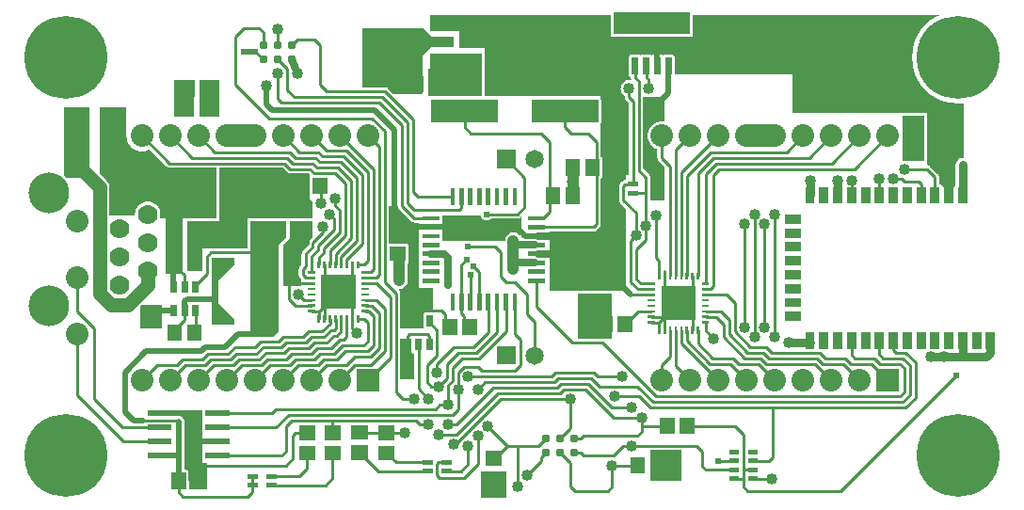
<source format=gbr>
G04 start of page 2 for group 0 idx 0 *
G04 Title: (unknown), component *
G04 Creator: pcb 20140316 *
G04 CreationDate: Thu 02 Jul 2020 08:21:27 PM GMT UTC *
G04 For: railfan *
G04 Format: Gerber/RS-274X *
G04 PCB-Dimensions (mil): 3500.00 1750.00 *
G04 PCB-Coordinate-Origin: lower left *
%MOIN*%
%FSLAX25Y25*%
%LNTOP*%
%ADD46C,0.1280*%
%ADD45C,0.0390*%
%ADD44C,0.0935*%
%ADD43C,0.0430*%
%ADD42C,0.0480*%
%ADD41C,0.1285*%
%ADD40C,0.0120*%
%ADD39C,0.0240*%
%ADD38R,0.0472X0.0472*%
%ADD37R,0.0236X0.0236*%
%ADD36R,0.0330X0.0330*%
%ADD35C,0.0310*%
%ADD34R,0.0630X0.0630*%
%ADD33R,0.0550X0.0550*%
%ADD32R,0.0157X0.0157*%
%ADD31R,0.0787X0.0787*%
%ADD30R,0.0945X0.0945*%
%ADD29R,0.0378X0.0378*%
%ADD28R,0.0230X0.0230*%
%ADD27R,0.0240X0.0240*%
%ADD26R,0.0091X0.0091*%
%ADD25R,0.0167X0.0167*%
%ADD24R,0.0200X0.0200*%
%ADD23R,0.0512X0.0512*%
%ADD22C,0.1440*%
%ADD21C,0.0700*%
%ADD20C,0.0650*%
%ADD19C,0.2937*%
%ADD18C,0.0500*%
%ADD17C,0.0300*%
%ADD16C,0.0800*%
%ADD15C,0.0200*%
%ADD14C,0.0250*%
%ADD13C,0.0400*%
%ADD12C,0.0100*%
%ADD11C,0.0001*%
G54D11*G36*
X25500Y115500D02*X17500D01*
X16500Y116500D01*
Y140500D01*
X25500D01*
Y115500D01*
G37*
G36*
X29000Y116950D02*Y130000D01*
X38507D01*
X38551Y129437D01*
X38753Y128595D01*
X39084Y127795D01*
X39537Y127057D01*
X40099Y126399D01*
X40757Y125837D01*
X41495Y125384D01*
X42295Y125053D01*
X43137Y124851D01*
X44000Y124783D01*
X44863Y124851D01*
X45705Y125053D01*
X46505Y125384D01*
X46684Y125494D01*
X52698Y119481D01*
X52736Y119436D01*
X52915Y119283D01*
X52916Y119283D01*
X53117Y119159D01*
X53335Y119069D01*
X53565Y119014D01*
X53800Y118995D01*
X53859Y119000D01*
X70500D01*
Y101000D01*
X50249D01*
X50293Y101105D01*
X50458Y101794D01*
X50500Y102500D01*
X50458Y103206D01*
X50293Y103895D01*
X50022Y104549D01*
X49652Y105153D01*
X49192Y105692D01*
X48653Y106152D01*
X48049Y106522D01*
X47395Y106793D01*
X46706Y106958D01*
X46000Y107014D01*
X45294Y106958D01*
X44605Y106793D01*
X43951Y106522D01*
X43347Y106152D01*
X42808Y105692D01*
X42348Y105153D01*
X41978Y104549D01*
X41707Y103895D01*
X41542Y103206D01*
X41486Y102500D01*
X41525Y102000D01*
X36176D01*
X36000Y102014D01*
X35824Y102000D01*
X32500D01*
Y111863D01*
X32511Y112000D01*
X32468Y112549D01*
X32468Y112549D01*
X32339Y113085D01*
X32128Y113594D01*
X31840Y114064D01*
X31483Y114483D01*
X31378Y114572D01*
X29000Y116950D01*
G37*
G36*
Y126500D02*Y140500D01*
X38500D01*
Y130516D01*
X38483Y130300D01*
X38500Y130084D01*
Y126500D01*
X29000D01*
G37*
G36*
X56000Y33000D02*X65500D01*
Y14500D01*
X67000D01*
Y5000D01*
X60513D01*
X60516Y5048D01*
X60507Y11109D01*
X60470Y11262D01*
X60410Y11407D01*
X60328Y11542D01*
X60225Y11661D01*
X60106Y11764D01*
X59971Y11846D01*
X59826Y11906D01*
X59673Y11943D01*
X59516Y11952D01*
X59000Y11951D01*
Y16922D01*
X59006Y17000D01*
X59000Y17078D01*
Y29000D01*
X58981Y29314D01*
X58908Y29620D01*
X58788Y29911D01*
X58623Y30179D01*
X58419Y30419D01*
X58179Y30623D01*
X57911Y30788D01*
X57620Y30908D01*
X57314Y30981D01*
X57000Y31006D01*
X56922Y31000D01*
X56000D01*
Y33000D01*
G37*
G36*
X52500Y105000D02*X58500D01*
Y81500D01*
X52500D01*
Y105000D01*
G37*
G36*
X43950Y70500D02*X51000D01*
Y62000D01*
X43500D01*
Y70050D01*
X43950Y70500D01*
G37*
G36*
X60000Y100000D02*X65500D01*
Y87559D01*
X65495Y87500D01*
X65500Y87441D01*
Y82500D01*
X60000D01*
Y100000D01*
G37*
G36*
X62500Y150000D02*Y137000D01*
X55500D01*
Y150000D01*
X62500D01*
G37*
G36*
X64500D02*X71500D01*
Y137000D01*
X64500D01*
Y150000D01*
G37*
G36*
X210500Y58500D02*X207059D01*
X207000Y58505D01*
X206941Y58500D01*
X198500D01*
Y74500D01*
X210500D01*
Y58500D01*
G37*
G36*
X198500Y96000D02*X215500D01*
Y93059D01*
X215495Y93000D01*
X215500Y92941D01*
Y78559D01*
X215495Y78500D01*
X215500Y78441D01*
Y75500D01*
X198500D01*
Y96000D01*
G37*
G36*
X206500Y123000D02*X215500D01*
Y114731D01*
X215487Y114723D01*
X215367Y114621D01*
X215328Y114575D01*
X215133D01*
X215075Y114580D01*
X214840Y114561D01*
X214839Y114561D01*
X214839Y114561D01*
X214839Y114561D01*
X214719Y114532D01*
X214610Y114506D01*
X214610Y114506D01*
X214610Y114506D01*
X214503Y114462D01*
X214392Y114416D01*
X214392Y114416D01*
X214391Y114416D01*
X214291Y114354D01*
X214190Y114292D01*
X214190Y114292D01*
X214190Y114292D01*
X214189Y114291D01*
X214011Y114139D01*
X213972Y114094D01*
X213481Y113602D01*
X213436Y113564D01*
X213283Y113384D01*
X213283Y113384D01*
X213283Y113384D01*
X213234Y113306D01*
X213159Y113183D01*
X213159Y113183D01*
X213159Y113183D01*
X213132Y113116D01*
X213069Y112965D01*
X213069Y112965D01*
X213069Y112965D01*
X213054Y112904D01*
X213014Y112735D01*
X213014Y112735D01*
X213014Y112735D01*
X212995Y112500D01*
X213000Y112441D01*
Y107559D01*
X212995Y107500D01*
X213014Y107265D01*
X213069Y107035D01*
X213159Y106817D01*
X213283Y106616D01*
X213436Y106436D01*
X213481Y106398D01*
X215500Y104379D01*
Y93059D01*
X215495Y93000D01*
X215500Y92941D01*
Y91000D01*
X206500D01*
Y98941D01*
X206505Y99000D01*
X206500Y99059D01*
Y115130D01*
X206557Y115154D01*
X206692Y115236D01*
X206811Y115339D01*
X206914Y115458D01*
X206996Y115593D01*
X207056Y115738D01*
X207093Y115891D01*
X207102Y116048D01*
X207093Y122109D01*
X207056Y122262D01*
X206996Y122407D01*
X206914Y122542D01*
X206811Y122661D01*
X206692Y122764D01*
X206557Y122846D01*
X206500Y122870D01*
Y123000D01*
G37*
G36*
X188500Y75500D02*Y94000D01*
X203000D01*
Y75500D01*
X188500D01*
G37*
G36*
Y91500D02*Y96374D01*
X193374D01*
X193374Y96374D01*
X203815D01*
X203874Y96369D01*
X204109Y96388D01*
X204109Y96388D01*
X204339Y96443D01*
X204557Y96533D01*
X204758Y96657D01*
X204938Y96810D01*
X204976Y96855D01*
X206019Y97898D01*
X206064Y97936D01*
X206217Y98115D01*
X206217Y98116D01*
X206341Y98317D01*
X206431Y98535D01*
X206486Y98765D01*
X206505Y99000D01*
X206500Y99059D01*
Y99500D01*
X208000D01*
Y91500D01*
X188500D01*
G37*
G36*
X224000Y8000D02*Y19000D01*
X235000D01*
Y8000D01*
X224000D01*
G37*
G36*
X146000Y173000D02*X164500D01*
Y167500D01*
X146000D01*
Y173000D01*
G37*
G36*
X145500Y154000D02*X164500D01*
Y144500D01*
X145500D01*
Y154000D01*
G37*
G36*
X146000Y153000D02*Y159500D01*
X164500D01*
Y153000D01*
X146000D01*
G37*
G36*
X156500Y161500D02*Y173000D01*
X167500D01*
Y161500D01*
X156500D01*
G37*
G36*
X143500Y145000D02*X133121D01*
X131102Y147019D01*
X131064Y147064D01*
X130884Y147217D01*
X130683Y147341D01*
X130465Y147431D01*
X130235Y147486D01*
X130000Y147505D01*
X129941Y147500D01*
X122000D01*
Y168500D01*
X143500D01*
Y145000D01*
G37*
G36*
X211000Y166500D02*Y174000D01*
X238000D01*
Y166500D01*
X211000D01*
G37*
G36*
X206500Y150000D02*X216382D01*
X216029Y149972D01*
X215570Y149862D01*
X215134Y149681D01*
X214731Y149435D01*
X214372Y149128D01*
X214065Y148769D01*
X213819Y148366D01*
X213638Y147930D01*
X213528Y147471D01*
X213491Y147000D01*
X213528Y146529D01*
X213638Y146070D01*
X213819Y145634D01*
X214065Y145231D01*
X214372Y144872D01*
X214731Y144565D01*
X215000Y144401D01*
Y144059D01*
X214995Y144000D01*
X215014Y143765D01*
X215069Y143535D01*
X215159Y143317D01*
X215283Y143116D01*
X215436Y142936D01*
X215481Y142898D01*
X216500Y141879D01*
Y116500D01*
X207101D01*
X207093Y122109D01*
X207056Y122262D01*
X206996Y122407D01*
X206914Y122542D01*
X206811Y122661D01*
X206692Y122764D01*
X206557Y122846D01*
X206500Y122870D01*
Y127941D01*
X206505Y128000D01*
X206500Y128059D01*
Y134828D01*
X206519Y134906D01*
X206528Y135063D01*
X206519Y143094D01*
X206500Y143172D01*
Y150000D01*
G37*
G36*
X165500Y173000D02*X210000D01*
Y144500D01*
X165500D01*
Y173000D01*
G37*
G36*
X221500Y144000D02*X223382D01*
X223500Y143991D01*
X223618Y144000D01*
X228976D01*
X228987Y143987D01*
X229000Y143976D01*
Y135202D01*
X228785Y135254D01*
X228000Y135315D01*
X227215Y135254D01*
X226450Y135070D01*
X225723Y134769D01*
X225052Y134358D01*
X224454Y133846D01*
X223942Y133248D01*
X223531Y132577D01*
X223230Y131850D01*
X223046Y131085D01*
X222985Y130300D01*
X223046Y129515D01*
X223230Y128750D01*
X223531Y128023D01*
X223942Y127352D01*
X224454Y126754D01*
X225052Y126242D01*
X225723Y125831D01*
X226450Y125530D01*
X226500Y125518D01*
Y122559D01*
X226495Y122500D01*
X226514Y122265D01*
X226514Y122265D01*
Y122265D01*
X226520Y122238D01*
X226569Y122035D01*
X226569Y122035D01*
Y122035D01*
X226606Y121945D01*
X226659Y121817D01*
X226659Y121817D01*
X226659Y121817D01*
X226727Y121706D01*
X226783Y121616D01*
X226783Y121616D01*
X226783Y121616D01*
X226936Y121436D01*
X226981Y121398D01*
X229000Y119379D01*
Y107500D01*
X224000D01*
Y109866D01*
X224005Y109925D01*
X224000Y109984D01*
Y115441D01*
X224005Y115500D01*
X223986Y115735D01*
X223986Y115735D01*
X223931Y115965D01*
X223841Y116183D01*
X223717Y116384D01*
X223564Y116564D01*
X223519Y116602D01*
X221500Y118621D01*
Y144000D01*
G37*
G36*
X131500Y93000D02*Y98500D01*
X141500D01*
Y93000D01*
X131500D01*
G37*
G36*
X150500Y102000D02*X163858D01*
X163901Y101818D01*
X164034Y101498D01*
X164215Y101203D01*
X164440Y100940D01*
X164703Y100715D01*
X164998Y100534D01*
X165318Y100401D01*
X165655Y100320D01*
X166000Y100293D01*
X166345Y100320D01*
X166682Y100401D01*
X167002Y100534D01*
X167297Y100715D01*
X167560Y100940D01*
X167612Y101000D01*
X176941D01*
X177000Y100995D01*
X177235Y101014D01*
X177235Y101014D01*
X177465Y101069D01*
X177683Y101159D01*
X177884Y101283D01*
X178064Y101436D01*
X178102Y101481D01*
X178500Y101879D01*
Y96266D01*
X178357Y96144D01*
X178152Y95904D01*
X177988Y95636D01*
X177867Y95345D01*
X177794Y95039D01*
X177786Y94943D01*
X177628Y95128D01*
X177269Y95435D01*
X176866Y95681D01*
X176430Y95862D01*
X175971Y95972D01*
X175500Y96009D01*
X175029Y95972D01*
X174570Y95862D01*
X174134Y95681D01*
X173731Y95435D01*
X173372Y95128D01*
X173065Y94769D01*
X172819Y94366D01*
X172638Y93930D01*
X172528Y93471D01*
X172500Y93000D01*
X160420D01*
X160182Y93099D01*
X159845Y93180D01*
X159500Y93207D01*
X159155Y93180D01*
X158818Y93099D01*
X158580Y93000D01*
X150500D01*
Y102000D01*
G37*
G36*
X142000Y92000D02*X137637D01*
X137609Y92007D01*
X137452Y92016D01*
X131500Y92007D01*
Y105500D01*
X134495D01*
Y105500D01*
X134514Y105265D01*
X134569Y105035D01*
X134634Y104879D01*
X134659Y104817D01*
X134659Y104817D01*
X134659Y104817D01*
X134783Y104616D01*
X134783Y104615D01*
X134936Y104436D01*
X134981Y104398D01*
X139375Y100004D01*
X139413Y99959D01*
X139593Y99806D01*
X139593Y99806D01*
X139794Y99682D01*
X140012Y99592D01*
X140242Y99537D01*
X140477Y99518D01*
X140536Y99523D01*
X142000D01*
Y92000D01*
G37*
G36*
X135500Y44000D02*Y58500D01*
X139200D01*
X139214Y54265D01*
X139269Y54035D01*
X139359Y53817D01*
X139483Y53616D01*
X139636Y53436D01*
X139816Y53283D01*
X140017Y53159D01*
X140235Y53069D01*
X140400Y53029D01*
Y44000D01*
X135500D01*
G37*
G36*
X142000Y98500D02*Y62000D01*
X135500D01*
Y74441D01*
X135505Y74500D01*
X135486Y74735D01*
X135486Y74735D01*
X135431Y74965D01*
X135341Y75183D01*
X135217Y75384D01*
X135064Y75564D01*
X135019Y75602D01*
X135000Y75621D01*
Y75991D01*
X135471Y76028D01*
X135930Y76138D01*
X136366Y76319D01*
X136769Y76565D01*
X137128Y76872D01*
X137435Y77231D01*
X137681Y77634D01*
X137862Y78070D01*
X137972Y78529D01*
X138000Y79000D01*
Y85061D01*
X138042Y85086D01*
X138161Y85189D01*
X138264Y85308D01*
X138346Y85443D01*
X138406Y85588D01*
X138443Y85741D01*
X138452Y85898D01*
X138443Y91173D01*
X138406Y91326D01*
X138346Y91471D01*
X138264Y91606D01*
X138161Y91725D01*
X138042Y91828D01*
X137907Y91910D01*
X137762Y91970D01*
X137609Y92007D01*
X137452Y92016D01*
X135000Y92012D01*
Y99000D01*
X142000Y98500D01*
G37*
G36*
X140000Y62000D02*Y76500D01*
X147000D01*
Y67700D01*
X144443Y67691D01*
X144290Y67654D01*
X144145Y67594D01*
X144010Y67512D01*
X143891Y67409D01*
X143788Y67290D01*
X143706Y67155D01*
X143646Y67010D01*
X143609Y66857D01*
X143600Y66700D01*
X143609Y62543D01*
X143646Y62390D01*
X143706Y62245D01*
X143788Y62110D01*
X143883Y62000D01*
X140000D01*
G37*
G36*
X164000Y11500D02*X173000D01*
Y2000D01*
X164000D01*
Y11500D01*
G37*
G36*
X239000Y173000D02*X326661D01*
X325584Y172554D01*
X323399Y171215D01*
X321450Y169550D01*
X319785Y167601D01*
X318446Y165416D01*
X317465Y163048D01*
X316867Y160555D01*
X316666Y158000D01*
X239000D01*
Y173000D01*
G37*
G36*
X274500Y148000D02*X320126D01*
X321450Y146450D01*
X323399Y144785D01*
X325584Y143446D01*
X327952Y142465D01*
X330445Y141867D01*
X332000Y141744D01*
Y138500D01*
X274500D01*
Y148000D01*
G37*
G36*
X206500Y165500D02*X318498D01*
X318446Y165416D01*
X317465Y163048D01*
X316867Y160555D01*
X316666Y158000D01*
X316867Y155445D01*
X317465Y152952D01*
X318446Y150584D01*
X319785Y148399D01*
X321450Y146450D01*
X323399Y144785D01*
X325584Y143446D01*
X327952Y142465D01*
X330445Y141867D01*
X332000Y141744D01*
Y138500D01*
X274500D01*
Y152000D01*
X232586D01*
X232577Y158208D01*
X232541Y158361D01*
X232480Y158506D01*
X232398Y158641D01*
X232296Y158760D01*
X232176Y158863D01*
X232042Y158945D01*
X231896Y159005D01*
X231743Y159042D01*
X231587Y159051D01*
X229068Y159042D01*
X228915Y159005D01*
X228769Y158945D01*
X228635Y158863D01*
X228515Y158760D01*
X228437Y158669D01*
X228359Y158760D01*
X228239Y158863D01*
X228105Y158945D01*
X227959Y159005D01*
X227806Y159042D01*
X227650Y159051D01*
X225131Y159042D01*
X224978Y159005D01*
X224832Y158945D01*
X224698Y158863D01*
X224578Y158760D01*
X224500Y158669D01*
X224422Y158760D01*
X224302Y158863D01*
X224168Y158945D01*
X224022Y159005D01*
X223869Y159042D01*
X223712Y159051D01*
X221194Y159042D01*
X221041Y159005D01*
X220895Y158945D01*
X220761Y158863D01*
X220641Y158760D01*
X220563Y158669D01*
X220485Y158760D01*
X220365Y158863D01*
X220231Y158945D01*
X220085Y159005D01*
X219932Y159042D01*
X219775Y159051D01*
X217257Y159042D01*
X217104Y159005D01*
X216958Y158945D01*
X216824Y158863D01*
X216704Y158760D01*
X216602Y158641D01*
X216520Y158506D01*
X216459Y158361D01*
X216423Y158208D01*
X216413Y158051D01*
X216423Y151792D01*
X216459Y151639D01*
X216520Y151494D01*
X216602Y151359D01*
X216704Y151240D01*
X216824Y151137D01*
X216958Y151055D01*
X217094Y150999D01*
Y150964D01*
X217090Y150906D01*
X217108Y150670D01*
X217164Y150441D01*
X217254Y150222D01*
X217377Y150021D01*
X217531Y149842D01*
X217575Y149803D01*
X217578Y149801D01*
X217430Y149862D01*
X216971Y149972D01*
X216500Y150009D01*
X216029Y149972D01*
X215570Y149862D01*
X215134Y149681D01*
X214731Y149435D01*
X214372Y149128D01*
X214065Y148769D01*
X213819Y148366D01*
X213638Y147930D01*
X213528Y147471D01*
X213491Y147000D01*
X213528Y146529D01*
X213638Y146070D01*
X213819Y145634D01*
X214065Y145231D01*
X214372Y144872D01*
X214731Y144565D01*
X215000Y144401D01*
Y144059D01*
X214995Y144000D01*
X215014Y143765D01*
X215069Y143535D01*
X215159Y143317D01*
X215283Y143116D01*
X215436Y142936D01*
X215481Y142898D01*
X216500Y141879D01*
Y138500D01*
X206524D01*
X206519Y143094D01*
X206500Y143172D01*
Y165500D01*
G37*
G36*
X322000Y142000D02*X329890D01*
X330445Y141867D01*
X333000Y141666D01*
X335000Y141823D01*
Y122480D01*
X334646Y122508D01*
X334254Y122477D01*
X333871Y122385D01*
X333508Y122234D01*
X333172Y122029D01*
X332873Y121773D01*
X332617Y121474D01*
X332412Y121138D01*
X332261Y120775D01*
X332169Y120392D01*
X332146Y120000D01*
Y116854D01*
X332146Y116854D01*
Y114500D01*
X332146Y114500D01*
Y113000D01*
X326980D01*
X326908Y113044D01*
X326763Y113104D01*
X326610Y113141D01*
X326453Y113150D01*
X326303Y113150D01*
Y115638D01*
X326308Y115697D01*
X326289Y115932D01*
X326289Y115932D01*
X326234Y116162D01*
X326144Y116380D01*
X326020Y116581D01*
X325867Y116761D01*
X325822Y116799D01*
X323102Y119519D01*
X323064Y119564D01*
X322884Y119717D01*
X322683Y119841D01*
X322465Y119931D01*
X322235Y119986D01*
X322000Y120005D01*
X322000D01*
Y142000D01*
G37*
G36*
X327000Y114000D02*X332146D01*
Y112698D01*
X329724Y110276D01*
X327271Y112729D01*
X327265Y112740D01*
X327162Y112859D01*
X327043Y112962D01*
X327032Y112968D01*
X327000Y113000D01*
Y114000D01*
G37*
G36*
X313500Y137500D02*X321000D01*
Y121500D01*
X314118D01*
X314000Y121509D01*
X313882Y121500D01*
X313500D01*
Y137500D01*
G37*
G36*
X72500Y119000D02*X93879D01*
X94500Y118379D01*
Y101000D01*
X72500D01*
Y119000D01*
G37*
G36*
X90000D02*X93879D01*
X95398Y117481D01*
X95436Y117436D01*
X95616Y117283D01*
X95817Y117159D01*
X96035Y117069D01*
X96265Y117014D01*
X96500Y116995D01*
Y107000D01*
X90000D01*
Y119000D01*
G37*
G36*
X103500Y107000D02*X92500D01*
Y119000D01*
X93879D01*
X95398Y117481D01*
X95436Y117436D01*
X95616Y117283D01*
X95817Y117159D01*
X96035Y117069D01*
X96265Y117014D01*
X96500Y116995D01*
X96559Y117000D01*
X102879D01*
X103500Y116379D01*
Y115637D01*
X103493Y115609D01*
X103484Y115452D01*
X103493Y109391D01*
X103500Y109363D01*
Y107000D01*
G37*
G36*
Y101000D02*X90000D01*
Y108000D01*
X103500D01*
Y101000D01*
G37*
G36*
X101500D02*Y110000D01*
X104500Y107000D01*
Y106618D01*
X104491Y106500D01*
X104500Y106382D01*
Y101000D01*
X101500D01*
G37*
G36*
X98000Y100000D02*X104500D01*
Y94338D01*
X103617Y93455D01*
X103578Y93422D01*
X103445Y93266D01*
X103338Y93092D01*
X103300Y93000D01*
X98000D01*
Y100000D01*
G37*
G36*
X90500Y59000D02*X82500D01*
Y93500D01*
X92500D01*
Y61000D01*
X90500Y59000D01*
G37*
G36*
X100500Y77000D02*X99618D01*
X99500Y77009D01*
X99382Y77000D01*
X94000D01*
Y88500D01*
X100495D01*
X100500Y88441D01*
Y84621D01*
X99981Y84102D01*
X99936Y84064D01*
X99783Y83884D01*
X99659Y83683D01*
X99569Y83465D01*
X99514Y83235D01*
X99514Y83235D01*
X99495Y83000D01*
X99500Y82941D01*
Y81059D01*
X99495Y81000D01*
X99514Y80765D01*
X99514Y80765D01*
X99514Y80765D01*
X99514Y80765D01*
X99560Y80572D01*
X99569Y80535D01*
X99569Y80535D01*
X99569Y80535D01*
X99641Y80361D01*
X99659Y80317D01*
X99659Y80317D01*
X99659Y80317D01*
X99761Y80151D01*
X99783Y80116D01*
X99783Y80116D01*
X99783Y80116D01*
X99783Y80115D01*
X99936Y79936D01*
X99981Y79898D01*
X100500Y79379D01*
Y77000D01*
G37*
G36*
X94000Y91500D02*X96500Y94000D01*
Y100000D01*
X103500D01*
Y93331D01*
X103445Y93266D01*
X103338Y93092D01*
X103260Y92903D01*
X103212Y92704D01*
X103212Y92704D01*
X103196Y92500D01*
X103200Y92449D01*
Y91821D01*
X100981Y89602D01*
X100936Y89564D01*
X100783Y89384D01*
X100659Y89183D01*
X100569Y88965D01*
X100514Y88735D01*
X100514Y88735D01*
X100495Y88500D01*
X100500Y88441D01*
Y87000D01*
X94000D01*
Y91500D01*
G37*
G36*
X82500Y100000D02*X95000D01*
Y94500D01*
X90000Y89500D01*
X85916D01*
X85841Y89683D01*
X85717Y89884D01*
X85564Y90064D01*
X85384Y90217D01*
X85183Y90341D01*
X84965Y90431D01*
X84735Y90486D01*
X84500Y90500D01*
X82500D01*
Y100000D01*
G37*
G36*
X81500Y90500D02*X68559D01*
X68500Y90505D01*
X68441Y90500D01*
X60000D01*
Y100000D01*
X81500D01*
Y90500D01*
G37*
G36*
X71500D01*
Y119000D01*
X81500D01*
Y90500D01*
G37*
G54D12*X188500Y110457D02*X188543Y110500D01*
G54D13*X196543Y109000D02*Y118914D01*
G54D12*X196457Y119000D01*
X173000Y122000D02*X179500Y115500D01*
Y105000D02*Y115500D01*
X188500Y110457D02*Y103500D01*
X192000Y97874D02*X203874D01*
G54D14*X184500Y94800D02*X206900D01*
G54D15*X183779Y94725D02*X179775D01*
X176626Y97874D02*X179775Y94725D01*
G54D12*X177000Y102500D02*X179500Y105000D01*
X188500Y103500D02*X186000Y101000D01*
X203874Y97874D02*X205000Y99000D01*
Y128000D01*
X202000Y131000D01*
X193717Y139000D02*Y133283D01*
X196000Y131000D01*
X202000D01*
X138000Y106500D02*X140500Y104000D01*
X141721Y108779D02*X140000Y110500D01*
G54D15*X136626Y97874D02*X172626D01*
G54D12*X140477Y101023D02*X146221D01*
X140500Y104000D02*X156500D01*
X157126Y104626D01*
Y108779D01*
X153976D02*X141721D01*
X177000Y102500D02*X166000D01*
X158283Y139000D02*Y133217D01*
X160500Y131000D01*
X185500D02*X160500D01*
X183779Y97874D02*X193374D01*
X183000Y64500D02*Y52500D01*
X183779Y78977D02*Y69721D01*
G54D14*X184400Y88400D02*X194500D01*
G54D12*X196500Y57000D02*X183779Y69721D01*
X207000Y57000D02*X196500D01*
G54D14*X183000Y85300D02*X175600D01*
X183000Y91600D02*X175500D01*
G54D12*X180500Y67000D02*X183000Y64500D01*
X180500Y67000D02*Y74000D01*
X176000Y78500D01*
X178000Y58000D02*X176024Y59976D01*
Y71221D01*
X172874Y60874D02*Y71221D01*
X169725Y60725D02*Y71221D01*
X166575Y60575D02*Y71221D01*
X162500Y53500D02*X169725Y60725D01*
X154500Y55500D02*X161500D01*
X166575Y60575D01*
X157126Y71221D02*Y67374D01*
X158000Y66500D01*
Y62500D01*
X145000Y68500D02*X150000D01*
X151500Y67000D01*
Y62500D01*
G54D16*X258000Y130300D02*X268000D01*
G54D12*X228000Y122500D02*Y130300D01*
X233016Y125316D02*X238000Y130300D01*
X234984Y117284D02*X248000Y130300D01*
X231047Y119453D02*X228000Y122500D01*
X236953Y115953D02*X245500Y124500D01*
X243547Y116547D02*X247500Y120500D01*
X240890Y116890D02*X246500Y122500D01*
X245500Y124500D02*X272200D01*
X246500Y122500D02*X280200D01*
X247500Y120500D02*X288200D01*
X248500Y118500D02*X296200D01*
X272200Y124500D02*X278000Y130300D01*
G54D17*X280512Y109299D02*Y114500D01*
X290354Y109299D02*Y114500D01*
G54D12*X280200Y122500D02*X288000Y130300D01*
X288200Y120500D02*X298000Y130300D01*
X296200Y118500D02*X308000Y130300D01*
X295276Y109299D02*Y114500D01*
X305118Y109299D02*Y115000D01*
X319882Y109299D02*Y113118D01*
X319000Y114000D01*
X314000D01*
X313000Y115000D01*
X310000D01*
X324803Y109299D02*Y115697D01*
G54D17*X329724Y109299D02*Y115000D01*
X334646Y109299D02*Y120000D01*
Y114500D02*Y116854D01*
G54D12*X324803Y115697D02*X322000Y118500D01*
X314000D01*
X248500D02*X246500Y116500D01*
X214500Y107500D02*Y112500D01*
X215075Y113075D01*
X217848D01*
Y109925D02*X222500D01*
Y115500D02*X220000Y118000D01*
X188500Y110000D02*Y128000D01*
X185500Y131000D01*
X218594Y150906D02*Y155000D01*
X220000Y149500D02*X218594Y150906D01*
X222531Y155000D02*Y150969D01*
X223500Y150000D01*
Y147000D01*
X220000Y118000D02*Y149500D01*
X218000Y142500D02*Y113075D01*
X216500Y147000D02*Y144000D01*
X218000Y142500D01*
G54D15*X226469Y155000D02*Y161000D01*
X230406Y155000D02*Y145406D01*
X226000Y141000D01*
G54D12*X187000Y18000D02*X185500Y16500D01*
X187000Y23000D02*X184500Y20500D01*
X173500D01*
X190500Y46500D02*X204000D01*
X158000Y9000D02*X149500D01*
X284000Y4500D02*X291500D01*
X332500Y45500D01*
G54D17*X344488Y57701D02*Y53488D01*
X343000Y52000D01*
X323500D01*
X334646Y57701D02*Y52000D01*
G54D12*X185500Y16500D02*Y15000D01*
X180500Y10000D01*
X173500Y20500D02*X166500Y27500D01*
X159500Y14000D02*Y20500D01*
X163000Y24000D02*Y14000D01*
X158000Y9000D01*
X173500Y20500D02*X169043Y16043D01*
X149500Y9000D02*X148500Y10000D01*
Y14000D01*
X149075Y14575D01*
X151848D01*
X158000Y48500D02*X163000D01*
X164500Y47000D01*
X163500Y51500D02*X157500D01*
X164500Y47000D02*X176000D01*
X178000Y49000D01*
Y58000D01*
X123047Y70079D02*X125421D01*
X123047Y72047D02*X126953D01*
X124390Y68110D02*X123047D01*
Y81890D02*X124890D01*
X126000Y83000D01*
X120390Y84547D02*X122547D01*
X124000Y86000D01*
X123047Y79921D02*X126921D01*
X127047Y77953D02*X123047D01*
X125421Y70079D02*X128000Y67500D01*
Y62000D01*
X130000Y69000D02*Y62500D01*
X126000Y66500D02*X124390Y68110D01*
G54D15*X136626Y97874D02*X133500Y101000D01*
G54D12*X128000Y81000D02*Y126300D01*
X126000Y83000D02*Y118300D01*
X130000Y78500D02*Y132000D01*
X124000Y86000D02*Y117500D01*
X122000Y92000D02*Y116500D01*
X160276Y71221D02*Y81000D01*
X171000Y80500D02*Y89000D01*
X169000Y91000D01*
X163425Y71221D02*Y82075D01*
X161500Y84000D01*
X169000Y91000D02*X159500D01*
X173000Y78500D02*X171000Y80500D01*
X176000Y78500D02*X173000D01*
G54D14*X175925Y91575D02*X175500Y92000D01*
X175724Y85276D02*X175500Y85500D01*
G54D13*Y93000D02*Y83000D01*
G54D14*X146221Y88425D02*X151075D01*
X152500Y87000D01*
Y77500D01*
G54D12*X157126Y71221D02*Y84626D01*
X159000Y86500D01*
X126953Y72047D02*X130000Y69000D01*
X126921Y79921D02*X128000Y81000D01*
G54D13*X135000Y88457D02*Y79000D01*
G54D12*X132000Y73000D02*X127047Y77953D01*
X130000Y78500D02*X134000Y74500D01*
X132000Y73000D02*Y51700D01*
X126000Y56000D02*Y66500D01*
X145800Y56500D02*Y59200D01*
X145000Y60000D01*
X138000Y59200D02*Y56500D01*
Y59200D02*X138800Y60000D01*
X145000D01*
X148500Y52500D02*Y61500D01*
X146000Y64000D01*
X134000Y74500D02*Y39500D01*
X154000Y48000D02*X157500Y51500D01*
X152000Y49500D02*X156000Y53500D01*
X162500D01*
X148500Y49500D02*X154500Y55500D01*
X172874Y60874D02*X163500Y51500D01*
X197000Y23000D02*X199500D01*
X197000Y18000D02*X199500D01*
X200500Y17000D01*
X199500Y23000D02*X200500Y24000D01*
X195750Y37000D02*Y26750D01*
X192000Y23000D01*
X195750Y6000D02*Y14250D01*
X192000Y18000D01*
X195750Y6000D02*X197250Y4500D01*
X177000Y6000D02*Y20500D01*
X136500Y29500D02*X141000D01*
X142500Y28000D01*
X145500D01*
X124000Y43700D02*X132000Y51700D01*
X141900Y56500D02*Y40600D01*
X145500Y37000D01*
X140500D02*X136500D01*
X134000Y39500D01*
X154000Y43500D02*X152500Y42000D01*
Y35000D01*
X149000Y41500D02*X149250Y41750D01*
X156000Y33500D02*Y46500D01*
X145000Y49000D02*Y43000D01*
X146500Y41500D01*
X149000D01*
X154000Y48000D02*Y43500D01*
X152000Y49500D02*Y44500D01*
X149000Y41500D01*
X148500Y49500D02*Y46500D01*
X156000D02*X158000Y48500D01*
X145000Y49000D02*X148500Y52500D01*
X155500Y24500D02*X170000Y39000D01*
X155500Y28000D02*X168500Y41000D01*
X163000Y40500D02*X165500Y43000D01*
X195750Y37000D02*X171000D01*
X170000Y39000D02*X192000D01*
X168500Y41000D02*X191000D01*
X165500Y43000D02*X190000D01*
X159500Y45000D02*X189000D01*
X192000Y39000D02*X193500Y40500D01*
X201000D01*
X192500Y42500D02*X202000D01*
X191000Y41000D02*X192500Y42500D01*
X190000Y43000D02*X191500Y44500D01*
X203000D01*
X189000Y45000D02*X190500Y46500D01*
X64043Y13500D02*X95000D01*
X93500Y17000D02*X70750D01*
X89848Y9575D02*X99575D01*
X102500Y12500D01*
X89848Y6425D02*X108925D01*
X95000Y13500D02*X97500Y16000D01*
X102500Y12500D02*Y17957D01*
X108925Y6425D02*X111500Y9000D01*
Y17914D01*
G54D15*X57000Y29000D02*Y8000D01*
X70750Y22000D02*X62000D01*
G54D12*X90000Y32000D02*X70750D01*
Y27000D02*X91500D01*
X83000Y4000D02*Y9423D01*
X81500Y2500D02*X83000Y4000D01*
X81500Y2500D02*X58500D01*
X57000Y4000D01*
Y8000D01*
X97500Y24000D02*X98500Y25000D01*
X121000Y25086D02*X136986D01*
X137000Y25100D01*
X98500Y25000D02*X102457D01*
X102500Y25043D01*
X97000Y29500D02*X119000D01*
X111500D02*Y25000D01*
X96000Y31500D02*X116000D01*
X117000Y29500D02*X137500D01*
X152500Y35000D02*X149500D01*
X148000Y33500D01*
X91500D01*
X90000Y32000D01*
X127575Y11425D02*X121000Y18000D01*
X133882Y14575D02*X130500Y17957D01*
X145152Y14575D02*X133882D01*
X145152Y11425D02*X127575D01*
X159500Y14000D02*X156925Y11425D01*
X151848D01*
X156000Y33500D02*X154000Y31500D01*
X155500Y28000D02*X152500D01*
X149000Y24500D02*X155500D01*
X171000Y37000D02*X155000Y21000D01*
X115000Y31500D02*X154000D01*
G54D15*X50250Y32000D02*X63500D01*
G54D12*X50250Y22000D02*X37500D01*
G54D15*X50250Y17000D02*X57000D01*
G54D12*X37000Y27000D02*X50250D01*
G54D15*X41000Y29500D02*X38000Y32500D01*
X41000Y29500D02*X44500D01*
X45500Y54000D02*X65000D01*
G54D12*X44000Y43700D02*X49300Y49000D01*
X56500D01*
X54000Y43700D02*X59300Y49000D01*
X66500D01*
X56500D02*X58500Y51000D01*
X65500D01*
X44500Y29500D02*X57000D01*
X37500Y22000D02*X21000Y38500D01*
Y60000D01*
X27000Y62000D02*Y37000D01*
X37000Y27000D01*
G54D15*X38000Y32500D02*Y46500D01*
X45500Y54000D01*
G54D12*X21000Y80000D02*Y68000D01*
X27000Y62000D01*
G54D18*X29000Y74500D02*X33000Y70500D01*
X29000Y74500D02*Y112000D01*
X33000Y70500D02*X39000D01*
X46000Y77500D01*
Y82500D01*
G54D15*X55150Y68350D02*X47500D01*
X55150Y76550D02*Y85500D01*
G54D12*X59050Y76550D02*Y80950D01*
Y65050D02*X55500Y61500D01*
X59050Y80950D02*X55150Y84850D01*
X67000Y87500D02*X68500Y89000D01*
X67000Y87500D02*Y81500D01*
X63000Y77500D01*
X97500Y16000D02*Y24000D01*
X93500Y17000D02*X95000Y18500D01*
Y27500D01*
X97000Y29500D01*
X91500Y27000D02*X96000Y31500D01*
Y55000D02*X94500Y53500D01*
X95000Y57000D02*X93500Y55500D01*
X94000Y59000D02*X92500Y57500D01*
X86000D01*
X116000Y54000D02*X113000Y51000D01*
X119000Y56000D02*X115000D01*
X112000Y53000D01*
X116453Y59547D02*Y58953D01*
X115500Y58000D01*
X114000D01*
X112000Y53000D02*X107000D01*
X105000Y51000D01*
X111000Y55000D02*X106000D01*
X109500Y57000D02*X105000D01*
X106000Y55000D02*X104000Y53000D01*
X97000D01*
X103000Y55000D02*X96000D01*
X102000Y57000D02*X95000D01*
X101000Y59000D02*X94000D01*
X105000Y57000D02*X103000Y55000D01*
X108500Y59000D02*X104000D01*
X102000Y57000D01*
X107800Y60900D02*X103700D01*
X104400D02*X102900D01*
X101000Y59000D01*
X118421Y65453D02*Y70079D01*
X120390Y65453D02*X122547D01*
X124000Y64000D01*
X124200Y43500D02*X124000Y43700D01*
Y64000D02*Y57500D01*
X122500Y56000D01*
X118500D01*
X118421Y65421D02*Y62079D01*
X120000Y60500D01*
Y93000D02*Y115500D01*
X118000Y94000D02*Y114500D01*
X116000Y95000D02*Y113500D01*
X114000Y96000D02*Y104000D01*
X116453Y65453D02*Y59453D01*
X114484Y65453D02*Y60984D01*
Y61016D02*Y60984D01*
X112516Y65453D02*Y62016D01*
X114000Y58000D02*X111000Y55000D01*
X112000Y59500D02*X109500Y57000D01*
X111000Y61500D02*X108500Y59000D01*
X114484Y60984D02*X113000Y59500D01*
X112000D01*
X112516Y62016D02*X112000Y61500D01*
X111000D01*
X110547Y65453D02*Y63647D01*
X107800Y60900D01*
X108579Y70079D02*X118421Y79921D01*
Y70079D02*X108579Y79921D01*
X108453Y69953D02*X110000Y71500D01*
X101000Y81000D02*X102079Y79921D01*
X103953D01*
Y77953D02*X97000D01*
X96000Y72500D02*Y79500D01*
X101000Y81000D02*Y83000D01*
X102000Y84000D01*
X108500Y89000D02*X106610Y87110D01*
X116453Y86453D02*X122000Y92000D01*
X114484Y87484D02*X120000Y93000D01*
X108500Y89000D02*Y90500D01*
X106500Y90000D02*Y91500D01*
X118421Y84547D02*Y79921D01*
X108579Y84547D02*Y79921D01*
X116453Y84547D02*Y86453D01*
X114484Y84547D02*Y87484D01*
X112516Y84547D02*Y88516D01*
X110547Y84547D02*Y89547D01*
X112516Y88516D02*X118000Y94000D01*
X110547Y89547D02*X116000Y95000D01*
X106610Y87110D02*Y84547D01*
X106500Y90000D02*X103953Y87453D01*
Y81890D01*
X102000Y88500D02*X104500Y91000D01*
Y92500D01*
X102000Y84000D02*Y88500D01*
X108500Y90500D02*X114000Y96000D01*
X106500Y91500D02*X112000Y97000D01*
Y101000D01*
X104500Y92500D02*X108000Y96000D01*
Y98000D01*
X104000Y43700D02*X104700D01*
X105000Y51000D02*X98500D01*
X99000D02*X98500D01*
X94000Y43700D02*X99300Y49000D01*
X106500D01*
X104000Y43700D02*Y44000D01*
X89300Y49000D02*X96500D01*
X88500Y51000D02*X95000D01*
X88000Y53500D02*X94500D01*
X96500Y49000D02*X97750Y50250D01*
X98500Y51000D02*X96800Y49300D01*
X97000Y53000D02*X95000Y51000D01*
X87000Y55500D02*X93500D01*
X108579Y65453D02*X108579D01*
X106547Y68047D02*X109000Y70500D01*
X108547Y65453D02*Y70047D01*
X106610Y65453D02*Y67984D01*
X106547Y68047D01*
X103953Y68110D02*X106547D01*
X108547Y70047D02*X113500Y75000D01*
X103953Y72047D02*X101453D01*
X103953Y70079D02*X98421D01*
X96000Y72500D01*
X101453Y72047D02*X99500Y74000D01*
G54D15*X59050Y68350D02*Y71550D01*
G54D12*Y68350D02*Y65050D01*
X62950Y68350D02*Y61500D01*
G54D15*X59050Y71550D02*X60000Y72500D01*
X70000D01*
G54D12*X104000Y43700D02*X109300Y49000D01*
X116500D01*
X124000Y54000D02*X126000Y56000D01*
X125000Y52000D02*X128000Y55000D01*
Y64000D01*
X130000Y54000D02*Y65000D01*
Y54000D02*X125000Y49000D01*
X116000Y54000D02*X124000D01*
X125000Y49000D02*X119300D01*
X114000Y43700D01*
X116500Y49000D02*X119500Y52000D01*
X125000D01*
X106500Y49000D02*X108500Y51000D01*
X113000D01*
X84000Y43700D02*X89300Y49000D01*
X74000Y43700D02*X79300Y49000D01*
X86500D01*
X64000Y43700D02*X69300Y49000D01*
X76500D01*
X66500D02*X68500Y51000D01*
X65500D02*X67500Y53000D01*
G54D15*X66500Y55500D02*X65000Y54000D01*
G54D12*X68500Y51000D02*X75500D01*
X67500Y53000D02*X74500D01*
G54D15*X66500Y55500D02*X73500D01*
G54D12*X86500Y49000D02*X88500Y51000D01*
X78500D02*X85500D01*
X88000Y53500D01*
X75500Y51000D02*X77500Y53000D01*
X74500D02*X77000Y55500D01*
G54D15*X73500D02*X78000Y60000D01*
G54D12*X84500Y53000D02*X87000Y55500D01*
X86000Y57500D02*X84000Y55500D01*
X76500Y49000D02*X78500Y51000D01*
X77500Y53000D02*X84500D01*
X77000Y55500D02*X84000D01*
G54D15*X78000Y60000D02*X88500D01*
G54D12*X68500Y89000D02*X84500D01*
X238921Y61453D02*Y66079D01*
X234000Y71000D01*
X229079Y66079D02*X238921Y75921D01*
X229079D02*X233950Y71050D01*
X229079Y66079D02*X234000Y71000D01*
X227110Y64110D02*X231000Y68000D01*
X224453Y68047D02*X219590D01*
X215043Y63500D01*
X229079Y61453D02*Y66079D01*
X224453D02*X229079D01*
X228953Y61453D02*X229079Y61579D01*
X227110Y61453D02*Y64110D01*
X224453D02*X227110D01*
X231047Y61453D02*Y52047D01*
X233016Y61453D02*Y48684D01*
X231047Y52047D02*X228000Y49000D01*
X245000Y49500D02*X252200D01*
X246000Y51500D02*X253500D01*
X255500Y49500D01*
X265000D02*X263000Y51500D01*
X257500D01*
X233016Y48684D02*X238000Y43700D01*
X252200Y49500D02*X258000Y43700D01*
X255500Y49500D02*X262200D01*
X266000Y51500D02*X264000Y53500D01*
X267000D02*X265000Y55500D01*
X257500Y51500D02*X250000Y59000D01*
X246000Y51500D02*X240890Y56610D01*
X245000Y49500D02*X236953Y57547D01*
X248000Y43700D02*X234984Y56716D01*
X250000Y63500D02*X247421Y66079D01*
X243547D01*
X252000Y65000D02*X248953Y68047D01*
X254000Y71000D02*X251047Y73953D01*
X248953Y68047D02*X243547D01*
X246500Y77000D02*X245421Y75921D01*
X243547D01*
X251047Y73953D02*X243547D01*
X262200Y49500D02*X268000Y43700D01*
X282200Y49500D02*X265000D01*
X285000D02*X283000Y51500D01*
X286000D02*X284000Y53500D01*
X283000Y51500D02*X266000D01*
X284000Y53500D02*X267000D01*
G54D17*X273000Y57000D02*X280512D01*
G54D12*X288000Y43700D02*X282200Y49500D01*
X298000Y43700D02*X292200Y49500D01*
X285000D01*
X308000Y43700D02*X302200Y49500D01*
X295000D01*
X312500D02*X314000Y48000D01*
X295000Y49500D02*X293000Y51500D01*
X295276Y57701D02*Y52724D01*
X296500Y51500D01*
X293000D02*X286000D01*
X296500D02*X303500D01*
X305500Y49500D01*
X312500D01*
X306500Y51500D02*X313500D01*
X316000Y49000D01*
X305118Y57701D02*Y52882D01*
X306500Y51500D01*
X310039Y57701D02*Y54461D01*
X311000Y53500D01*
X314500D01*
X318000Y50000D01*
X314000Y48000D02*Y39500D01*
X312500Y38000D01*
X316000Y49000D02*Y38500D01*
X313500Y36000D01*
X318000Y50000D02*Y37500D01*
X314500Y34000D01*
X224000D01*
X313500Y36000D02*X225000D01*
X312500Y38000D02*X226000D01*
X238921Y80547D02*Y75921D01*
X229079Y80547D02*Y75921D01*
Y79921D02*Y82421D01*
X219000Y90000D02*Y79500D01*
X227110Y85890D02*Y80547D01*
X219000Y79500D02*X220610Y77890D01*
X224453D01*
Y73953D02*X217047D01*
G54D15*X212000Y79000D01*
G54D12*X224453Y75921D02*X219579D01*
X217000Y78500D01*
Y93000D01*
X219000Y95000D01*
X257500Y99000D02*Y62500D01*
X261000Y59000D02*Y102500D01*
X264500Y99000D02*Y62500D01*
X268000Y59000D02*Y102500D01*
X243547Y61453D02*X246500Y58500D01*
Y77000D02*Y116500D01*
X243547Y77890D02*Y116547D01*
X222500Y93500D02*X219000Y90000D01*
X226000Y102000D02*Y87000D01*
X227110Y85890D01*
X222500Y93500D02*Y115500D01*
X240890Y80547D02*Y116890D01*
X233016Y80547D02*Y125316D01*
X234984Y80547D02*Y117284D01*
X236953Y80547D02*Y115953D01*
X231047Y80547D02*Y119453D01*
X219000Y95000D02*Y103000D01*
X214500Y107500D02*X219000Y103000D01*
X265000Y55500D02*X259500D01*
X254000Y61000D01*
X264000Y53500D02*X258500D01*
X243547Y64110D02*Y61453D01*
X240890Y56610D02*Y61453D01*
X236953Y57547D02*Y61453D01*
X234984Y56716D02*Y61453D01*
X254000Y61000D02*Y71000D01*
X258500Y53500D02*X252000Y60000D01*
Y65000D01*
X250000Y59000D02*Y63500D01*
X228000Y49000D02*Y43700D01*
X226000Y38000D02*X207000Y57000D01*
X220000Y38000D02*X211500D01*
X214000Y45000D02*X205500D01*
X221000Y30500D02*Y25500D01*
X219500Y24000D01*
X217500Y34000D02*X210500D01*
X221000Y30500D02*X211000D01*
X201000Y40500D01*
X210500Y34000D02*X202000Y42500D01*
X206000Y41500D02*X203000Y44500D01*
X205500Y45000D02*X204000Y46500D01*
X224000Y34000D02*X220000Y38000D01*
X225000Y36000D02*X219500Y41500D01*
X206000D01*
X200500Y24000D02*X219500D01*
X200500Y17000D02*X211000D01*
X214500Y20500D02*X211000Y17000D01*
X210500Y13500D02*Y6000D01*
Y13500D02*X219414D01*
X197250Y4500D02*X209000D01*
X210500Y6000D01*
X240500Y20500D02*X214500D01*
X229957Y27500D02*X221000D01*
X240500Y20500D02*X242500Y18500D01*
X254000Y27500D02*X237043D01*
X260348Y8776D02*X267000D01*
X267500Y34000D02*Y16500D01*
X266075Y15075D01*
X260348D01*
X258500Y4500D02*X257000Y6000D01*
Y24500D01*
X254000Y27500D01*
X253652Y8776D02*X257000D01*
X253652Y15075D02*X248000D01*
X242500Y18500D02*Y13000D01*
X243575Y11925D01*
X253652D01*
X260348D02*X257000D01*
X258500Y4500D02*X284224D01*
G54D16*X74000Y130300D02*X84000D01*
G54D12*X96500Y124500D02*X69800D01*
X64000Y130300D01*
X95500Y122500D02*X61800D01*
G54D13*X21000Y120000D02*Y119500D01*
G54D18*X29000Y112000D02*X21000Y120000D01*
G54D12*X61800Y122500D02*X54000Y130300D01*
X53800Y120500D02*X44000Y130300D01*
X96500Y118500D02*X94500Y120500D01*
X53800D01*
X114500Y129800D02*X114000Y130300D01*
X93500Y142000D02*X128000D01*
X106500Y124500D02*X99800D01*
X105500Y122500D02*X98500D01*
X104500Y120500D02*X97500D01*
X103500Y118500D02*X102000D01*
X106000Y119000D02*X104500Y120500D01*
X109300Y125000D02*X116500D01*
X106500Y124500D02*X108000Y123000D01*
X115500D01*
X114500Y121000D02*X107000D01*
X105500Y122500D01*
X113500Y119000D02*X106000D01*
X129000Y144000D02*X138000Y135000D01*
X140000Y136000D02*X130000Y146000D01*
G54D15*X133500Y101000D02*Y132500D01*
G54D12*X128000Y142000D02*X136000Y134000D01*
G54D15*X133500Y132500D02*X126500Y139500D01*
G54D12*X130000Y132000D02*X125500Y136500D01*
X136000Y134000D02*Y105500D01*
X138000Y135000D02*Y106500D01*
X140000Y110500D02*Y136000D01*
X140477Y101023D02*X136000Y105500D01*
X99800Y124500D02*X94000Y130300D01*
X98500Y122500D02*X96500Y124500D01*
X97500Y120500D02*X95500Y122500D01*
X103500Y118500D02*X96500D01*
X128000Y126300D02*X124000Y130300D01*
X114000D02*X126000Y118300D01*
X104000Y130300D02*X109300Y125000D01*
X112500Y117000D02*X105000D01*
X103500Y118500D01*
X116500Y125000D02*X124000Y117500D01*
X115500Y123000D02*X122000Y116500D01*
X120000Y115500D02*X114500Y121000D01*
X118000Y114500D02*X113500Y119000D01*
X116000Y113500D02*X112500Y117000D01*
X114000Y104000D02*X112500Y105500D01*
Y108000D01*
X112000Y101000D02*X110500Y102500D01*
X107500Y106500D02*Y112500D01*
X92000Y157500D02*X95500Y154000D01*
X92000Y168000D02*Y162500D01*
Y152500D02*Y143500D01*
X95500Y154000D02*Y146500D01*
X92000Y143500D02*X93500Y142000D01*
X95500Y146500D02*X98000Y144000D01*
G54D15*X88000Y148000D02*Y141500D01*
X90000Y139500D01*
G54D12*X107000Y162500D02*X105000Y164500D01*
X99000D01*
X97000Y162500D01*
X107000Y148500D02*Y162500D01*
G54D14*X99000Y152500D02*X97000Y157500D01*
G54D12*X98000Y144000D02*X129000D01*
X130000Y146000D02*X109500D01*
X107000Y148500D01*
G54D15*X126500Y139500D02*X90000D01*
G54D12*X125500Y136500D02*X89000D01*
X77000Y148500D01*
X87000Y157500D02*X84000Y160000D01*
X80000Y168500D02*X85500D01*
X87000Y167000D01*
Y162500D01*
X77000Y148500D02*Y165500D01*
X80000Y168500D01*
G54D15*Y160000D02*X84000D01*
G54D19*X17000Y17000D03*
G54D16*X21000Y60000D03*
G54D11*G36*
X120000Y47700D02*Y39700D01*
X128000D01*
Y47700D01*
X120000D01*
G37*
G54D16*X114000Y43700D03*
X104000D03*
X94000D03*
X84000D03*
X74000D03*
X64000D03*
X54000D03*
X44000D03*
G54D19*X333000Y17000D03*
G54D11*G36*
X304000Y47700D02*Y39700D01*
X312000D01*
Y47700D01*
X304000D01*
G37*
G54D16*X298000Y43700D03*
X288000D03*
X278000D03*
X268000D03*
G54D11*G36*
X169750Y55750D02*Y49250D01*
X176250D01*
Y55750D01*
X169750D01*
G37*
G54D20*X183000Y52500D03*
G54D16*X258000Y43700D03*
X248000D03*
X238000D03*
X228000D03*
G54D11*G36*
X169750Y125250D02*Y118750D01*
X176250D01*
Y125250D01*
X169750D01*
G37*
G54D20*X183000Y122000D03*
G54D19*X333000Y158000D03*
G54D16*X308000Y130300D03*
X298000D03*
X288000D03*
X278000D03*
X268000D03*
X258000D03*
X248000D03*
X238000D03*
X228000D03*
X124000D03*
X114000D03*
X104000D03*
X94000D03*
X84000D03*
X74000D03*
X64000D03*
X54000D03*
X44000D03*
G54D21*X46000Y102500D03*
X36000Y97500D03*
X46000Y92500D03*
Y82500D03*
X36000Y87500D03*
Y77500D03*
G54D19*X17000Y158000D03*
G54D16*X21000Y80000D03*
Y120000D03*
Y100000D03*
G54D22*X11000Y110000D03*
Y70000D03*
G54D23*X56957Y8393D02*Y7607D01*
X64043Y8393D02*Y7607D01*
G54D24*X67500Y17000D02*X74000D01*
X67500Y22000D02*X74000D01*
X67500Y27000D02*X74000D01*
X67500Y32000D02*X74000D01*
X47000D02*X53500D01*
X47000Y27000D02*X53500D01*
X47000Y22000D02*X53500D01*
X47000Y17000D02*X53500D01*
G54D25*X88913Y6425D02*X90783D01*
X88913Y9575D02*X90783D01*
X82217D02*X84087D01*
X82217Y6425D02*X84087D01*
G54D23*X130107Y25043D02*X130893D01*
X130107Y17957D02*X130893D01*
X111107Y25000D02*X111893D01*
X111107Y17914D02*X111893D01*
X102107Y25043D02*X102893D01*
X102107Y17957D02*X102893D01*
X120607Y25086D02*X121393D01*
X120607Y18000D02*X121393D01*
G54D26*X106610Y66280D02*Y64626D01*
X108579Y66280D02*Y64626D01*
X110547Y66280D02*Y64626D01*
X112516Y66280D02*Y64626D01*
X114484Y66280D02*Y64626D01*
X116453Y66280D02*Y64626D01*
X118421Y66280D02*Y64626D01*
X120390Y66280D02*Y64626D01*
X122220Y68110D02*X123874D01*
X103126D02*X104780D01*
G54D27*X138000Y57300D02*Y55700D01*
X141900Y57300D02*Y55700D01*
X145800Y57300D02*Y55700D01*
G54D26*X122220Y70079D02*X123874D01*
X122220Y72047D02*X123874D01*
X122220Y74016D02*X123874D01*
X122220Y75984D02*X123874D01*
X122220Y77953D02*X123874D01*
X122220Y79921D02*X123874D01*
X122220Y81890D02*X123874D01*
X120390Y85374D02*Y83720D01*
X118421Y85374D02*Y83720D01*
X116453Y85374D02*Y83720D01*
X114484Y85374D02*Y83720D01*
X112516Y85374D02*Y83720D01*
G54D11*G36*
X109563Y78937D02*Y71063D01*
X117437D01*
Y78937D01*
X109563D01*
G37*
G36*
X107397Y81102D02*Y68898D01*
X119603D01*
Y81102D01*
X107397D01*
G37*
G54D26*X110547Y85374D02*Y83720D01*
X108579Y85374D02*Y83720D01*
X106610Y85374D02*Y83720D01*
X103126Y81890D02*X104780D01*
X103126Y79921D02*X104780D01*
X103126Y77953D02*X104780D01*
X103126Y75984D02*X104780D01*
X103126Y74016D02*X104780D01*
X103126Y72047D02*X104780D01*
X103126Y70079D02*X104780D01*
G54D27*X62950Y77350D02*Y75750D01*
X59050Y77350D02*Y75750D01*
X55150Y77350D02*Y75750D01*
Y69150D02*Y67550D01*
G54D23*X55507Y60943D02*Y60157D01*
G54D27*X59050Y69150D02*Y67550D01*
X62950Y69150D02*Y67550D01*
G54D23*X62593Y60943D02*Y60157D01*
G54D28*X69850Y64350D02*X75450D01*
G54D11*G36*
X71000Y71094D02*X76594Y65500D01*
X74473Y63379D01*
X68879Y68973D01*
X71000Y71094D01*
G37*
G36*
X69000Y67500D02*Y63500D01*
X73000D01*
Y67500D01*
X69000D01*
G37*
G54D28*X85650Y64350D02*X91250D01*
G54D11*G36*
X84506Y65500D02*X90100Y71094D01*
X92221Y68973D01*
X86627Y63379D01*
X84506Y65500D01*
G37*
G36*
X88100Y67500D02*Y63500D01*
X92100D01*
Y67500D01*
X88100D01*
G37*
G54D23*X161107Y164043D02*X161893D01*
G54D29*X140674Y163500D02*X152484D01*
G54D30*X137050D02*X138940D01*
G54D11*G36*
X142245Y160195D02*X145085Y163035D01*
X146505Y161615D01*
X143665Y158775D01*
X142245Y160195D01*
G37*
G36*
X143665Y168225D02*X146505Y165385D01*
X145085Y163965D01*
X142245Y166805D01*
X143665Y168225D01*
G37*
G54D31*X150409Y139000D02*X166157D01*
G54D23*X140957Y148893D02*Y148107D01*
X148043Y148893D02*Y148107D01*
G54D29*X148390Y157594D02*X152484D01*
G54D23*X161107Y156957D02*X161893D01*
G54D29*X148390Y169406D02*X152484D01*
G54D32*X166575Y110992D02*Y106566D01*
X163425Y110992D02*Y106566D01*
X160275Y110992D02*Y106566D01*
X157126Y110992D02*Y106566D01*
X153976Y110992D02*Y106566D01*
X144008Y101023D02*X148434D01*
X144008Y97874D02*X148434D01*
X144008Y94724D02*X148434D01*
G54D23*X134107Y95543D02*X134893D01*
G54D32*X144008Y91575D02*X148434D01*
G54D23*X134107Y88457D02*X134893D01*
G54D32*X144008Y88425D02*X148434D01*
X144008Y85275D02*X148434D01*
X144008Y82126D02*X148434D01*
X144008Y78976D02*X148434D01*
G54D27*X145800Y65500D02*Y63900D01*
X138000Y65500D02*Y63900D01*
G54D32*X153977Y73434D02*Y69008D01*
X157126Y73434D02*Y69008D01*
X160276Y73434D02*Y69008D01*
X163425Y73434D02*Y69008D01*
X166575Y73434D02*Y69008D01*
G54D23*X160043Y62893D02*Y62107D01*
X152957Y62893D02*Y62107D01*
G54D33*X20000Y137000D02*Y135000D01*
G54D34*X57008Y104500D02*X63307D01*
X76693D02*X82992D01*
G54D23*X91607Y96957D02*X92393D01*
X91607Y104043D02*X92393D01*
X99957Y112893D02*Y112107D01*
X107043Y112893D02*Y112107D01*
X101107Y96957D02*X101893D01*
X101107Y104043D02*X101893D01*
G54D28*X69850Y85750D02*Y64350D01*
G54D11*G36*
X68879Y81127D02*X74473Y86721D01*
X76594Y84600D01*
X71000Y79006D01*
X68879Y81127D01*
G37*
G36*
X69000Y86600D02*Y82600D01*
X73000D01*
Y86600D01*
X69000D01*
G37*
G54D28*X69850Y85750D02*X75450D01*
X91250D02*Y64350D01*
X85650Y85750D02*X91250D01*
G54D11*G36*
X86627Y86721D02*X92221Y81127D01*
X90100Y79006D01*
X84506Y84600D01*
X86627Y86721D01*
G37*
G36*
X88100Y86600D02*Y82600D01*
X92100D01*
Y86600D01*
X88100D01*
G37*
G54D23*X55457Y85893D02*Y85107D01*
X62543Y85893D02*Y85107D01*
G54D35*X97000Y162500D03*
Y157500D03*
X92000Y162500D03*
Y157500D03*
X87000Y162500D03*
Y157500D03*
G54D33*X33000Y137000D02*Y135000D01*
G54D23*X67043Y147393D02*Y146607D01*
X59957Y147393D02*Y146607D01*
G54D36*X334646Y110500D02*Y108098D01*
X329724Y110500D02*Y108098D01*
X324803Y110500D02*Y108098D01*
X319882Y110500D02*Y108098D01*
X314961Y110500D02*Y108098D01*
X310039Y110500D02*Y108098D01*
X305118Y110500D02*Y108098D01*
G54D23*X324543Y124893D02*Y124107D01*
X317457Y124893D02*Y124107D01*
X324543Y134893D02*Y134107D01*
X317457Y134893D02*Y134107D01*
G54D36*X300197Y110500D02*Y108098D01*
X295276Y110500D02*Y108098D01*
X290354Y110500D02*Y108098D01*
X285433Y110500D02*Y108098D01*
X280512Y110500D02*Y108098D01*
X273252Y100724D02*X275650D01*
X273252Y95803D02*X275650D01*
X273252Y90882D02*X275650D01*
X273252Y85961D02*X275650D01*
X273252Y81039D02*X275650D01*
X273252Y76118D02*X275650D01*
X273252Y71197D02*X275650D01*
X273252Y66276D02*X275650D01*
X280512Y58902D02*Y56500D01*
X285433Y58902D02*Y56500D01*
X290354Y58902D02*Y56500D01*
X295276Y58902D02*Y56500D01*
X300197Y58902D02*Y56500D01*
X305118Y58902D02*Y56500D01*
X310039Y58902D02*Y56500D01*
X314961Y58902D02*Y56500D01*
X319882Y58902D02*Y56500D01*
X324803Y58902D02*Y56500D01*
X329724Y58902D02*Y56500D01*
X334646Y58902D02*Y56500D01*
X339567Y58902D02*Y56500D01*
X344488Y58902D02*Y56500D01*
G54D23*X189457Y109393D02*Y108607D01*
X196543Y109393D02*Y108607D01*
X203543Y119393D02*Y118607D01*
X196457Y119393D02*Y118607D01*
G54D25*X216913Y109925D02*X218783D01*
X210217D02*X212087D01*
X216913Y113075D02*X218783D01*
X210217D02*X212087D01*
G54D37*X230406Y156870D02*Y153130D01*
X226469Y156870D02*Y153130D01*
X222531Y156870D02*Y153130D01*
X218594Y156870D02*Y153130D01*
G54D31*X185843Y139000D02*X201591D01*
G54D23*X207107Y78543D02*X207893D01*
X207107Y71457D02*X207893D01*
X207957Y63893D02*Y63107D01*
X215043Y63893D02*Y63107D01*
G54D38*X213476Y171437D02*Y169075D01*
G54D26*X242720Y66079D02*X244374D01*
X242720Y68047D02*X244374D01*
X242720Y70016D02*X244374D01*
X242720Y71984D02*X244374D01*
X242720Y73953D02*X244374D01*
X242720Y75921D02*X244374D01*
X242720Y77890D02*X244374D01*
X240890Y81374D02*Y79720D01*
G54D38*X235524Y171437D02*Y169075D01*
G54D23*X226543Y13893D02*Y13107D01*
X219457Y13893D02*Y13107D01*
G54D25*X252717Y18224D02*X254587D01*
X259413D02*X261283D01*
X252717Y15075D02*X254587D01*
X259413D02*X261283D01*
X252717Y11925D02*X254587D01*
X252717Y8776D02*X254587D01*
X259413D02*X261283D01*
X259413Y11925D02*X261283D01*
G54D23*X229957Y27893D02*Y27107D01*
X237043Y27893D02*Y27107D01*
G54D35*X197000Y23000D03*
Y18000D03*
X192000Y23000D03*
Y18000D03*
X187000Y23000D03*
Y18000D03*
G54D23*X168107Y16043D02*X168893D01*
X168107Y8957D02*X168893D01*
G54D25*X144217Y14575D02*X146087D01*
X144217Y11425D02*X146087D01*
X150913D02*X152783D01*
X150913Y14575D02*X152783D01*
G54D26*X227110Y62280D02*Y60626D01*
X229079Y62280D02*Y60626D01*
X231047Y62280D02*Y60626D01*
X233016Y62280D02*Y60626D01*
X234984Y62280D02*Y60626D01*
X236953Y62280D02*Y60626D01*
X238921Y62280D02*Y60626D01*
X240890Y62280D02*Y60626D01*
X242720Y64110D02*X244374D01*
X223626D02*X225280D01*
X238921Y81374D02*Y79720D01*
X236953Y81374D02*Y79720D01*
X234984Y81374D02*Y79720D01*
X233016Y81374D02*Y79720D01*
G54D11*G36*
X230063Y74937D02*Y67063D01*
X237937D01*
Y74937D01*
X230063D01*
G37*
G36*
X227898Y77102D02*Y64898D01*
X240102D01*
Y77102D01*
X227898D01*
G37*
G54D26*X231047Y81374D02*Y79720D01*
X229079Y81374D02*Y79720D01*
X227110Y81374D02*Y79720D01*
X223626Y77890D02*X225280D01*
X223626Y75921D02*X225280D01*
X223626Y73953D02*X225280D01*
X223626Y71984D02*X225280D01*
X223626Y70016D02*X225280D01*
X223626Y68047D02*X225280D01*
X223626Y66079D02*X225280D01*
G54D32*X181566Y78977D02*X185992D01*
X181566Y82126D02*X185992D01*
X181566Y85276D02*X185992D01*
X181566Y88425D02*X185992D01*
X169725Y73434D02*Y69008D01*
X172874Y73434D02*Y69008D01*
X176024Y73434D02*Y69008D01*
X181566Y91575D02*X185992D01*
X181566Y94725D02*X185992D01*
X181566Y97874D02*X185992D01*
X181566Y101024D02*X185992D01*
X176023Y110992D02*Y106566D01*
X172874Y110992D02*Y106566D01*
X169724Y110992D02*Y106566D01*
G54D13*X201500Y71500D03*
Y66500D03*
Y61500D03*
X195750Y37000D03*
X231000Y68000D03*
X237000D03*
X246500Y58500D03*
X221000Y30500D03*
X214000Y45000D03*
X217500Y34000D03*
X211500Y38000D03*
X280512Y114500D03*
X290354D03*
X295276D03*
X305118Y115000D03*
X310000D03*
X268000Y102500D03*
X264500Y99000D03*
X261000Y102500D03*
X257500Y99000D03*
X273000Y57000D03*
X257500Y62500D03*
X261000Y59000D03*
X264500Y62500D03*
X268000Y59000D03*
G54D39*X332500Y45500D03*
G54D13*X328000Y52000D03*
X323500D03*
X231000Y74000D03*
X237000D03*
X216500Y147000D03*
X223500D03*
X222500Y98500D03*
X226000Y102000D03*
X219000Y95000D03*
X226500Y114500D03*
X196500Y114000D03*
X226500Y110000D03*
X314000Y118500D03*
G54D39*X315500Y129500D03*
X319000D03*
G54D13*X329724Y115000D03*
G54D39*X334646Y120000D03*
Y116854D03*
G54D13*X292000Y149500D03*
X297000D03*
X302000D03*
X307000D03*
X312000D03*
Y159500D03*
Y164500D03*
Y169500D03*
X292000Y164500D03*
Y169500D03*
X297000Y164500D03*
Y169500D03*
X302000Y164500D03*
Y169500D03*
X307000Y164500D03*
Y169500D03*
X217500Y20500D03*
X210500Y13500D03*
X232000Y11000D03*
Y16000D03*
X267000Y8776D03*
G54D39*X248000Y15075D03*
G54D13*X180500Y10000D03*
X177000Y6000D03*
G54D39*X170500Y4500D03*
X166500D03*
G54D13*X120000Y60500D03*
X116500Y78000D03*
Y72000D03*
X163000Y40500D03*
X166500Y27500D03*
X163000Y24000D03*
X159500Y20500D03*
X154500Y21000D03*
X159500Y45000D03*
X156000Y40500D03*
X137000Y25100D03*
X152500Y28000D03*
X149000Y24500D03*
X145500Y28000D03*
X152500Y35000D03*
X149000Y41500D03*
X148500Y46500D03*
X145500Y37000D03*
X140500D03*
X138000Y51000D03*
Y46500D03*
X130500Y151000D03*
X135000Y83500D03*
Y79000D03*
X125500Y151000D03*
X112500Y108000D03*
X107500Y106500D03*
X110500Y102500D03*
X108000Y98000D03*
G54D39*X140000Y93000D03*
Y96500D03*
G54D13*X62000Y29500D03*
Y24500D03*
Y19500D03*
G54D39*X49000Y67500D03*
Y64000D03*
X45500Y67500D03*
Y64000D03*
G54D13*X110500Y72000D03*
Y78000D03*
X99500Y74000D03*
X78500Y115000D03*
X94500D03*
Y110500D03*
X78500D03*
X96500Y84000D03*
X86500Y76000D03*
Y71000D03*
X85000Y80500D03*
X85500Y91500D03*
Y97000D03*
X73000Y93500D03*
X78000D03*
Y98000D03*
X73000D03*
X63000Y91500D03*
X68000Y93500D03*
G54D39*X60500Y142000D03*
Y139000D03*
X57500Y142000D03*
Y139000D03*
X66500Y142000D03*
Y139000D03*
X69500Y142000D03*
Y139000D03*
G54D13*X92000Y168000D03*
Y152500D03*
X99000D03*
X130500Y157000D03*
X135000Y154000D03*
Y148000D03*
X125500Y157000D03*
X155500Y152000D03*
Y147000D03*
X160500D03*
Y152000D03*
X88000Y148000D03*
G54D39*X84000Y160000D03*
X80000D03*
G54D13*X193000Y170000D03*
Y165000D03*
Y160000D03*
Y155000D03*
X198000Y170000D03*
X203000D03*
X198000Y165000D03*
X203000D03*
X198000Y160000D03*
X203000D03*
X198000Y155000D03*
X203000D03*
X175500Y83000D03*
G54D39*X159500Y91000D03*
G54D13*X175500Y93000D03*
G54D39*X166000Y102500D03*
G54D13*X175500Y88000D03*
G54D39*X160276Y81000D03*
X161500Y84000D03*
X159000Y86500D03*
X152500Y81000D03*
Y77500D03*
G54D15*G54D40*G54D15*G54D40*G54D15*G54D40*G54D15*G54D40*G54D15*G54D40*G54D15*G54D40*G54D15*G54D40*G54D15*G54D40*G54D15*G54D40*G54D15*G54D40*G54D15*G54D40*G54D15*G54D40*G54D41*G54D42*G54D41*G54D42*G54D43*G54D44*G54D45*G54D42*G54D43*G54D41*G54D42*G54D45*G54D42*G54D45*G54D42*G54D45*G54D42*G54D17*G54D41*G54D42*G54D46*M02*

</source>
